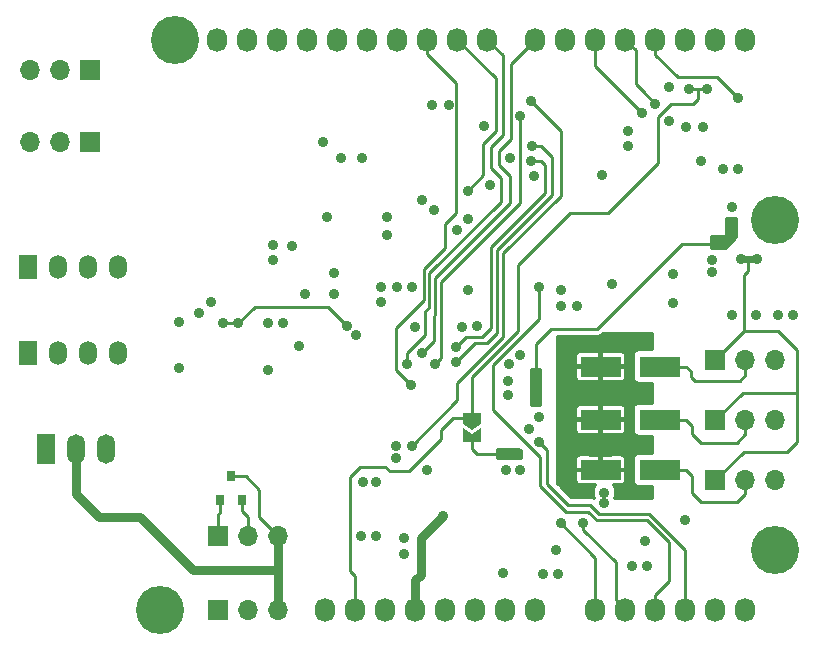
<source format=gbr>
%TF.GenerationSoftware,KiCad,Pcbnew,(5.1.6)-1*%
%TF.CreationDate,2020-11-16T12:45:35+03:00*%
%TF.ProjectId,SensorBoard,53656e73-6f72-4426-9f61-72642e6b6963,rev?*%
%TF.SameCoordinates,Original*%
%TF.FileFunction,Copper,L4,Bot*%
%TF.FilePolarity,Positive*%
%FSLAX46Y46*%
G04 Gerber Fmt 4.6, Leading zero omitted, Abs format (unit mm)*
G04 Created by KiCad (PCBNEW (5.1.6)-1) date 2020-11-16 12:45:35*
%MOMM*%
%LPD*%
G01*
G04 APERTURE LIST*
%TA.AperFunction,SMDPad,CuDef*%
%ADD10C,0.100000*%
%TD*%
%TA.AperFunction,ComponentPad*%
%ADD11O,1.700000X1.700000*%
%TD*%
%TA.AperFunction,ComponentPad*%
%ADD12R,1.700000X1.700000*%
%TD*%
%TA.AperFunction,SMDPad,CuDef*%
%ADD13R,0.800000X0.900000*%
%TD*%
%TA.AperFunction,ComponentPad*%
%ADD14R,1.500000X2.000000*%
%TD*%
%TA.AperFunction,ComponentPad*%
%ADD15O,1.500000X2.000000*%
%TD*%
%TA.AperFunction,SMDPad,CuDef*%
%ADD16R,3.500000X1.800000*%
%TD*%
%TA.AperFunction,ComponentPad*%
%ADD17O,1.500000X2.500000*%
%TD*%
%TA.AperFunction,ComponentPad*%
%ADD18R,1.500000X2.500000*%
%TD*%
%TA.AperFunction,ComponentPad*%
%ADD19O,1.727200X2.032000*%
%TD*%
%TA.AperFunction,ComponentPad*%
%ADD20C,4.064000*%
%TD*%
%TA.AperFunction,ViaPad*%
%ADD21C,0.900000*%
%TD*%
%TA.AperFunction,Conductor*%
%ADD22C,0.250000*%
%TD*%
%TA.AperFunction,Conductor*%
%ADD23C,0.800000*%
%TD*%
%TA.AperFunction,Conductor*%
%ADD24C,0.600000*%
%TD*%
%TA.AperFunction,Conductor*%
%ADD25C,0.300000*%
%TD*%
G04 APERTURE END LIST*
%TA.AperFunction,SMDPad,CuDef*%
D10*
%TO.P,JP1,1*%
%TO.N,/IOREF*%
G36*
X151375000Y-108650000D02*
G01*
X150625000Y-108150000D01*
X150625000Y-107150000D01*
X152125000Y-107150000D01*
X152125000Y-108150000D01*
X151375000Y-108650000D01*
G37*
%TD.AperFunction*%
%TA.AperFunction,SMDPad,CuDef*%
%TO.P,JP1,2*%
%TO.N,+3V3*%
G36*
X150625000Y-109600000D02*
G01*
X150625000Y-108450000D01*
X151375000Y-108950000D01*
X152125000Y-108450000D01*
X152125000Y-109600000D01*
X150625000Y-109600000D01*
G37*
%TD.AperFunction*%
%TD*%
D11*
%TO.P,J8,3*%
%TO.N,GNDD*%
X134955000Y-123875000D03*
%TO.P,J8,2*%
%TO.N,Net-(J8-Pad2)*%
X132415000Y-123875000D03*
D12*
%TO.P,J8,1*%
%TO.N,Net-(D1-Pad2)*%
X129875000Y-123875000D03*
%TD*%
D11*
%TO.P,J7,3*%
%TO.N,GNDD*%
X134955000Y-117602000D03*
%TO.P,J7,2*%
%TO.N,/B*%
X132415000Y-117602000D03*
D12*
%TO.P,J7,1*%
%TO.N,/A*%
X129875000Y-117602000D03*
%TD*%
D11*
%TO.P,J6,3*%
%TO.N,GNDA*%
X113920000Y-84250000D03*
%TO.P,J6,2*%
%TO.N,/RVCC*%
X116460000Y-84250000D03*
D12*
%TO.P,J6,1*%
%TO.N,Net-(J6-Pad1)*%
X119000000Y-84250000D03*
%TD*%
D11*
%TO.P,J5,3*%
%TO.N,GNDA*%
X113920000Y-78125000D03*
%TO.P,J5,2*%
%TO.N,/RVCC*%
X116460000Y-78125000D03*
D12*
%TO.P,J5,1*%
%TO.N,Net-(J5-Pad1)*%
X119000000Y-78125000D03*
%TD*%
D13*
%TO.P,D5,3*%
%TO.N,GNDD*%
X130937000Y-112538000D03*
%TO.P,D5,2*%
%TO.N,/A*%
X129987000Y-114538000D03*
%TO.P,D5,1*%
%TO.N,/B*%
X131887000Y-114538000D03*
%TD*%
D11*
%TO.P,J3,3*%
%TO.N,/nEX*%
X177038000Y-102735000D03*
%TO.P,J3,2*%
%TO.N,Net-(D4-Pad1)*%
X174498000Y-102735000D03*
D12*
%TO.P,J3,1*%
%TO.N,/EX*%
X171958000Y-102735000D03*
%TD*%
D11*
%TO.P,J2,3*%
%TO.N,/nEX*%
X177038000Y-107815000D03*
%TO.P,J2,2*%
%TO.N,Net-(D3-Pad1)*%
X174498000Y-107815000D03*
D12*
%TO.P,J2,1*%
%TO.N,/EX*%
X171958000Y-107815000D03*
%TD*%
D11*
%TO.P,J1,3*%
%TO.N,/nEX*%
X177038000Y-112895000D03*
%TO.P,J1,2*%
%TO.N,Net-(D2-Pad1)*%
X174498000Y-112895000D03*
D12*
%TO.P,J1,1*%
%TO.N,/EX*%
X171958000Y-112895000D03*
%TD*%
D14*
%TO.P,U10,1*%
%TO.N,GNDD*%
X113788000Y-102085000D03*
D15*
%TO.P,U10,2*%
%TO.N,+5VD*%
X116328000Y-102085000D03*
%TO.P,U10,3*%
%TO.N,GND*%
X118868000Y-102085000D03*
%TO.P,U10,4*%
%TO.N,+5V*%
X121408000Y-102085000D03*
%TD*%
D14*
%TO.P,U9,1*%
%TO.N,GNDD*%
X113788000Y-94865000D03*
D15*
%TO.P,U9,2*%
%TO.N,+5VD*%
X116328000Y-94865000D03*
%TO.P,U9,3*%
%TO.N,GNDA*%
X118868000Y-94865000D03*
%TO.P,U9,4*%
%TO.N,/RVCC*%
X121408000Y-94865000D03*
%TD*%
D16*
%TO.P,D4,2*%
%TO.N,GND*%
X162250000Y-103250000D03*
%TO.P,D4,1*%
%TO.N,Net-(D4-Pad1)*%
X167250000Y-103250000D03*
%TD*%
%TO.P,D3,2*%
%TO.N,GND*%
X162250000Y-107750000D03*
%TO.P,D3,1*%
%TO.N,Net-(D3-Pad1)*%
X167250000Y-107750000D03*
%TD*%
%TO.P,D2,2*%
%TO.N,GND*%
X162250000Y-112000000D03*
%TO.P,D2,1*%
%TO.N,Net-(D2-Pad1)*%
X167250000Y-112000000D03*
%TD*%
D17*
%TO.P,U6,3*%
%TO.N,+5VD*%
X120328000Y-110235000D03*
%TO.P,U6,2*%
%TO.N,GNDD*%
X117788000Y-110235000D03*
D18*
%TO.P,U6,1*%
%TO.N,Net-(C7-Pad1)*%
X115248000Y-110235000D03*
%TD*%
D19*
%TO.P,P1,1*%
%TO.N,Net-(P1-Pad1)*%
X138938000Y-123825000D03*
%TO.P,P1,2*%
%TO.N,/IOREF*%
X141478000Y-123825000D03*
%TO.P,P1,3*%
%TO.N,/Reset*%
X144018000Y-123825000D03*
%TO.P,P1,4*%
%TO.N,+3V3*%
X146558000Y-123825000D03*
%TO.P,P1,5*%
%TO.N,+5V*%
X149098000Y-123825000D03*
%TO.P,P1,6*%
%TO.N,GND*%
X151638000Y-123825000D03*
%TO.P,P1,7*%
X154178000Y-123825000D03*
%TO.P,P1,8*%
%TO.N,/Vin*%
X156718000Y-123825000D03*
%TD*%
%TO.P,P2,1*%
%TO.N,/A0*%
X161798000Y-123825000D03*
%TO.P,P2,2*%
%TO.N,/A1*%
X164338000Y-123825000D03*
%TO.P,P2,3*%
%TO.N,/A2(SS)*%
X166878000Y-123825000D03*
%TO.P,P2,4*%
%TO.N,/A3*%
X169418000Y-123825000D03*
%TO.P,P2,5*%
%TO.N,/A4*%
X171958000Y-123825000D03*
%TO.P,P2,6*%
%TO.N,/A5*%
X174498000Y-123825000D03*
%TD*%
%TO.P,P3,1*%
%TO.N,/A5(SCL)*%
X129794000Y-75565000D03*
%TO.P,P3,2*%
%TO.N,/A4(SDA)*%
X132334000Y-75565000D03*
%TO.P,P3,3*%
%TO.N,/AREF*%
X134874000Y-75565000D03*
%TO.P,P3,4*%
%TO.N,GND*%
X137414000Y-75565000D03*
%TO.P,P3,5*%
%TO.N,/13(SCK)*%
X139954000Y-75565000D03*
%TO.P,P3,6*%
%TO.N,/12(MISO)*%
X142494000Y-75565000D03*
%TO.P,P3,7*%
%TO.N,/11(\u002A\u002A/MOSI)*%
X145034000Y-75565000D03*
%TO.P,P3,8*%
%TO.N,/10(\u002A\u002A/SS)*%
X147574000Y-75565000D03*
%TO.P,P3,9*%
%TO.N,/9(RPM2)*%
X150114000Y-75565000D03*
%TO.P,P3,10*%
%TO.N,/8(TX)*%
X152654000Y-75565000D03*
%TD*%
%TO.P,P4,1*%
%TO.N,/7(DE)*%
X156718000Y-75565000D03*
%TO.P,P4,2*%
%TO.N,/6(RPM1)*%
X159258000Y-75565000D03*
%TO.P,P4,3*%
%TO.N,/5(MISO)*%
X161798000Y-75565000D03*
%TO.P,P4,4*%
%TO.N,/4(MOSI)*%
X164338000Y-75565000D03*
%TO.P,P4,5*%
%TO.N,/3(SCK)*%
X166878000Y-75565000D03*
%TO.P,P4,6*%
%TO.N,/2(RX)*%
X169418000Y-75565000D03*
%TO.P,P4,7*%
%TO.N,/1(Tx)*%
X171958000Y-75565000D03*
%TO.P,P4,8*%
%TO.N,/0(Rx)*%
X174498000Y-75565000D03*
%TD*%
D20*
%TO.P,P5,1*%
%TO.N,Net-(P5-Pad1)*%
X124968000Y-123825000D03*
%TD*%
%TO.P,P6,1*%
%TO.N,Net-(P6-Pad1)*%
X177038000Y-118745000D03*
%TD*%
%TO.P,P7,1*%
%TO.N,Net-(P7-Pad1)*%
X126238000Y-75565000D03*
%TD*%
%TO.P,P8,1*%
%TO.N,Net-(P8-Pad1)*%
X177038000Y-90805000D03*
%TD*%
D21*
%TO.N,/IOREF*%
X171250000Y-79750000D03*
X169750000Y-79750000D03*
%TO.N,/Reset*%
X156337030Y-80772000D03*
X146250000Y-109940000D03*
%TO.N,+5V*%
X160250000Y-98125000D03*
X158875000Y-98125000D03*
X158875000Y-96750000D03*
X136150000Y-93025000D03*
X134500000Y-93000000D03*
X134500000Y-94250000D03*
%TO.N,GND*%
X175375012Y-98875000D03*
X141998000Y-85615000D03*
X151748000Y-99855702D03*
X143198000Y-117565000D03*
X145598000Y-117765000D03*
X153998000Y-120765000D03*
X146250000Y-96500000D03*
X157000000Y-107500000D03*
X177248000Y-98875000D03*
X178500000Y-98875000D03*
X168000000Y-82500000D03*
X164592000Y-84582000D03*
X164592000Y-83312000D03*
X166006000Y-118000000D03*
X169418000Y-116218000D03*
X163198000Y-96302000D03*
X126500000Y-99500000D03*
X139650000Y-95300000D03*
X139650000Y-97125000D03*
X137250000Y-97150000D03*
X144942847Y-110994847D03*
X145598000Y-119097992D03*
X138750000Y-84205000D03*
X140250000Y-85625000D03*
X139055000Y-90555000D03*
X134112000Y-99568000D03*
X134112000Y-103505000D03*
X150114000Y-91694000D03*
X156591000Y-87122000D03*
X151003000Y-90787500D03*
X164900000Y-113865000D03*
X164623000Y-110205000D03*
X161575000Y-110205000D03*
X165862000Y-105664000D03*
X155375000Y-112000000D03*
X158500000Y-118750000D03*
X148093554Y-89985258D03*
X146500001Y-99874999D03*
X173375000Y-98875000D03*
X173875000Y-86500000D03*
X154250000Y-112000000D03*
X172625000Y-86500000D03*
X168000000Y-79625000D03*
X170750000Y-85874994D03*
X168375000Y-95375000D03*
X168375000Y-97875000D03*
X126500000Y-103375000D03*
X154375000Y-104500000D03*
X154375000Y-105625000D03*
X144942847Y-109942847D03*
X141940000Y-117565000D03*
%TO.N,/A0*%
X158875000Y-116500000D03*
%TO.N,/A1*%
X160750000Y-116500002D03*
%TO.N,/A3*%
X157046004Y-109600000D03*
%TO.N,/AREF*%
X173375000Y-89750000D03*
%TO.N,/10(\u002A\u002A/SS)*%
X156210000Y-108573002D03*
X146176027Y-104823973D03*
%TO.N,+3V3*%
X143250000Y-113000000D03*
X148898000Y-115865000D03*
X147500000Y-112035000D03*
X162348000Y-87027000D03*
X154525000Y-85625000D03*
X152375000Y-82875000D03*
X128250000Y-98750000D03*
X148000000Y-81125000D03*
X149375000Y-81125000D03*
X136730000Y-101522000D03*
X135382000Y-99568000D03*
X152873000Y-87849004D03*
X150500000Y-99875002D03*
X147125000Y-89125000D03*
X151000000Y-96750000D03*
X144998000Y-96501998D03*
X129250000Y-97750000D03*
X143625000Y-96500000D03*
X143625000Y-97750000D03*
X144124996Y-90625000D03*
X144125000Y-92125000D03*
X153875000Y-110625000D03*
X155125000Y-110625000D03*
X142125000Y-113000000D03*
X155375000Y-102250000D03*
X154500000Y-103000000D03*
%TO.N,VDDA*%
X171704000Y-95250000D03*
X171704000Y-94234000D03*
X162553000Y-114815000D03*
X162553000Y-113926000D03*
X157400000Y-120850000D03*
X158600000Y-120850000D03*
X164898000Y-120125000D03*
X166125000Y-120125000D03*
X169500000Y-83000000D03*
X170875000Y-83000000D03*
%TO.N,/A2(SS)*%
X157000012Y-96500000D03*
%TO.N,/9(RPM2)*%
X150999992Y-88375000D03*
%TO.N,/8(TX)*%
X145875000Y-103000010D03*
%TO.N,/7(DE)*%
X131572000Y-99580000D03*
X130302000Y-99580000D03*
X141535000Y-100584000D03*
X140773000Y-99822000D03*
X147125000Y-102125000D03*
%TO.N,/5(MISO)*%
X165750000Y-81750000D03*
%TO.N,/4(MOSI)*%
X166875000Y-81000000D03*
%TO.N,/3(SCK)*%
X173874995Y-80500007D03*
%TO.N,/2(RX)*%
X155448000Y-82042000D03*
X148250000Y-103000000D03*
%TO.N,/EX*%
X175500000Y-94125000D03*
X174125000Y-94125000D03*
%TO.N,Net-(C17-Pad1)*%
X156750000Y-103875000D03*
X156750000Y-105000000D03*
X172000000Y-92875000D03*
X173375000Y-91125000D03*
X173125000Y-92375000D03*
X156750000Y-106125000D03*
%TO.N,/SensorBoardCPU/SWCLK*%
X156418006Y-84582000D03*
X150000000Y-102874998D03*
%TO.N,/SensorBoardCPU/SWDIO*%
X156375000Y-85852000D03*
X150000000Y-101625000D03*
%TD*%
D22*
%TO.N,/IOREF*%
X162875000Y-90250000D02*
X167125000Y-86000000D01*
X155250000Y-94625000D02*
X159625000Y-90250000D01*
X159625000Y-90250000D02*
X162875000Y-90250000D01*
X167125000Y-86000000D02*
X167125000Y-82125000D01*
X155250000Y-100250000D02*
X155250000Y-94625000D01*
X171250000Y-79750000D02*
X170500000Y-79750000D01*
X170500000Y-79750000D02*
X170500000Y-80625000D01*
X170062500Y-81062500D02*
X168187500Y-81062500D01*
X170500000Y-80625000D02*
X170062500Y-81062500D01*
X167125000Y-82125000D02*
X168187500Y-81062500D01*
X170500000Y-79750000D02*
X169750000Y-79750000D01*
X151375000Y-104125000D02*
X152312500Y-103187500D01*
X151875000Y-103625000D02*
X152312500Y-103187500D01*
X151375000Y-107650000D02*
X151375000Y-104125000D01*
X152312500Y-103187500D02*
X155250000Y-100250000D01*
X141478000Y-121022000D02*
X141478000Y-123825000D01*
X141000000Y-120544000D02*
X141478000Y-121022000D01*
X141000000Y-112625000D02*
X141000000Y-120544000D01*
X141855152Y-111769848D02*
X141000000Y-112625000D01*
X144019848Y-111769848D02*
X141855152Y-111769848D01*
X144375000Y-112125000D02*
X144019848Y-111769848D01*
X151375000Y-107650000D02*
X149725000Y-107650000D01*
X149725000Y-107650000D02*
X148750000Y-108625000D01*
X148750000Y-108625000D02*
X148750000Y-109375000D01*
X148750000Y-109375000D02*
X146000000Y-112125000D01*
X146000000Y-112125000D02*
X144375000Y-112125000D01*
%TO.N,/Reset*%
X146250000Y-109940000D02*
X150095000Y-106095000D01*
X150095000Y-106095000D02*
X150095000Y-104655000D01*
X158848077Y-88776923D02*
X158848077Y-83283047D01*
X150095000Y-104655000D02*
X154000000Y-100750000D01*
X158848077Y-83283047D02*
X156337030Y-80772000D01*
X154000000Y-100750000D02*
X154000000Y-93625000D01*
X154000000Y-93625000D02*
X158848077Y-88776923D01*
%TO.N,/A0*%
X161798000Y-119423000D02*
X161798000Y-123825000D01*
X158875000Y-116500000D02*
X161798000Y-119423000D01*
%TO.N,/A1*%
X164338000Y-123825000D02*
X164338000Y-123662000D01*
X160750000Y-117065687D02*
X163500000Y-119815687D01*
X160750000Y-116500002D02*
X160750000Y-117065687D01*
X163500000Y-122987000D02*
X164338000Y-123825000D01*
X163500000Y-119815687D02*
X163500000Y-122987000D01*
%TO.N,/A3*%
X169418000Y-123672600D02*
X169418000Y-123825000D01*
X169500000Y-123590600D02*
X169418000Y-123672600D01*
X169418000Y-118793000D02*
X169418000Y-123825000D01*
X166375000Y-115750000D02*
X169418000Y-118793000D01*
X162125000Y-115750000D02*
X166375000Y-115750000D01*
X157046004Y-109600000D02*
X157734000Y-110287996D01*
X159437500Y-114937500D02*
X161312500Y-114937500D01*
X157734000Y-110287996D02*
X157734000Y-113234000D01*
X157734000Y-113234000D02*
X159437500Y-114937500D01*
X161312500Y-114937500D02*
X162125000Y-115750000D01*
%TO.N,/10(\u002A\u002A/SS)*%
X147574000Y-76831000D02*
X147574000Y-75565000D01*
X150000000Y-90250000D02*
X150000000Y-79257000D01*
X149065000Y-91185000D02*
X150000000Y-90250000D01*
X149065000Y-93185000D02*
X149065000Y-91185000D01*
X147250000Y-95000000D02*
X149065000Y-93185000D01*
X147250000Y-97625000D02*
X147250000Y-95000000D01*
X150000000Y-79257000D02*
X147574000Y-76831000D01*
X144875000Y-100000000D02*
X147250000Y-97625000D01*
X144875000Y-103522946D02*
X144875000Y-100000000D01*
X146176027Y-104823973D02*
X144875000Y-103522946D01*
D23*
%TO.N,+3V3*%
X147013000Y-117750000D02*
X148898000Y-115865000D01*
X147013000Y-120862000D02*
X147013000Y-117750000D01*
X146558000Y-123825000D02*
X146558000Y-121317000D01*
X146558000Y-121317000D02*
X147013000Y-120862000D01*
D22*
X154250002Y-110625000D02*
X151750000Y-110625000D01*
X151375000Y-110250000D02*
X151375000Y-109100000D01*
X151750000Y-110625000D02*
X151375000Y-110250000D01*
%TO.N,Net-(D2-Pad1)*%
X174498000Y-114002000D02*
X174498000Y-112895000D01*
X173750000Y-114750000D02*
X174498000Y-114002000D01*
X167250000Y-112000000D02*
X169500000Y-112000000D01*
X169500000Y-112000000D02*
X170000000Y-112500000D01*
X170000000Y-112500000D02*
X170000000Y-114000000D01*
X170750000Y-114750000D02*
X173750000Y-114750000D01*
X170000000Y-114000000D02*
X170750000Y-114750000D01*
%TO.N,Net-(D3-Pad1)*%
X174498000Y-107815000D02*
X174498000Y-109002000D01*
X174498000Y-109002000D02*
X173750000Y-109750000D01*
X169500000Y-107750000D02*
X167250000Y-107750000D01*
X170000000Y-108250000D02*
X169500000Y-107750000D01*
X170000000Y-109000000D02*
X170750000Y-109750000D01*
X173750000Y-109750000D02*
X170750000Y-109750000D01*
X170000000Y-109000000D02*
X170000000Y-108250000D01*
%TO.N,Net-(D4-Pad1)*%
X174498000Y-104002000D02*
X174498000Y-102735000D01*
X174000000Y-104500000D02*
X174498000Y-104002000D01*
X167250000Y-103250000D02*
X169500000Y-103250000D01*
X170250000Y-104500000D02*
X174000000Y-104500000D01*
X169500000Y-103250000D02*
X169875000Y-103625000D01*
X169875000Y-103625000D02*
X169875000Y-104125000D01*
X169875000Y-104125000D02*
X170250000Y-104500000D01*
%TO.N,/A2(SS)*%
X156196000Y-109968000D02*
X156464000Y-110236000D01*
X157000012Y-99249988D02*
X157000012Y-96500000D01*
X153125000Y-103125000D02*
X157000012Y-99249988D01*
X156464000Y-110236000D02*
X153125000Y-106897000D01*
X153125000Y-106897000D02*
X153125000Y-103125000D01*
X167991600Y-121445400D02*
X166878000Y-122559000D01*
X167991600Y-118116600D02*
X167991600Y-121445400D01*
X166150000Y-116275000D02*
X167991600Y-118116600D01*
X161900000Y-116275000D02*
X166150000Y-116275000D01*
X156464000Y-110236000D02*
X157099000Y-110871000D01*
X157099000Y-110871000D02*
X157099000Y-113349000D01*
X166878000Y-122559000D02*
X166878000Y-123825000D01*
X159312500Y-115562500D02*
X161187500Y-115562500D01*
X157099000Y-113349000D02*
X159312500Y-115562500D01*
X161187500Y-115562500D02*
X161900000Y-116275000D01*
%TO.N,/9(RPM2)*%
X152312500Y-84385502D02*
X152312500Y-87062492D01*
X152312500Y-87062492D02*
X150999992Y-88375000D01*
X153375000Y-83323002D02*
X152312500Y-84385502D01*
X153375000Y-78826000D02*
X153375000Y-83323002D01*
X150114000Y-75565000D02*
X153375000Y-78826000D01*
%TO.N,/8(TX)*%
X154000000Y-83625000D02*
X153000000Y-84625000D01*
X147400001Y-98599999D02*
X147400001Y-100588603D01*
X153797000Y-87249000D02*
X153797000Y-89281000D01*
X145875000Y-102113604D02*
X145875000Y-103000010D01*
X147750000Y-98250000D02*
X147400001Y-98599999D01*
X147400001Y-100588603D02*
X145875000Y-102113604D01*
X147750000Y-95328000D02*
X147750000Y-98250000D01*
X153000000Y-86452000D02*
X153797000Y-87249000D01*
X153797000Y-89281000D02*
X147750000Y-95328000D01*
X154000000Y-76911000D02*
X154000000Y-83625000D01*
X152654000Y-75565000D02*
X154000000Y-76911000D01*
X153000000Y-84625000D02*
X153000000Y-86452000D01*
%TO.N,/7(DE)*%
X130302000Y-99580000D02*
X131572000Y-99580000D01*
X131572000Y-99580000D02*
X132969000Y-98183000D01*
X139134000Y-98183000D02*
X140773000Y-99822000D01*
X132969000Y-98183000D02*
X139134000Y-98183000D01*
X147000000Y-102108000D02*
X147108000Y-102108000D01*
X147108000Y-102108000D02*
X147125000Y-102125000D01*
X148125000Y-99000000D02*
X148125000Y-101125000D01*
X154559000Y-89441000D02*
X148250000Y-95750000D01*
X148250000Y-95750000D02*
X148250000Y-98875000D01*
X156718000Y-75565000D02*
X154625000Y-77658000D01*
X154625000Y-77658000D02*
X154625000Y-84000000D01*
X148125000Y-101125000D02*
X147125000Y-102125000D01*
X153625000Y-86149500D02*
X154559000Y-87083500D01*
X148250000Y-98875000D02*
X148125000Y-99000000D01*
X154625000Y-84000000D02*
X153625000Y-85000000D01*
X154559000Y-87083500D02*
X154559000Y-89441000D01*
X153625000Y-85000000D02*
X153625000Y-86149500D01*
%TO.N,/5(MISO)*%
X161798000Y-75963685D02*
X161798000Y-75565000D01*
X161798000Y-75793600D02*
X161798000Y-75565000D01*
X161798000Y-75565000D02*
X161798000Y-77798000D01*
X161798000Y-77798000D02*
X165750000Y-81750000D01*
%TO.N,/4(MOSI)*%
X165200000Y-76427000D02*
X164338000Y-75565000D01*
X165200000Y-77600006D02*
X165200000Y-77425000D01*
X165200000Y-77425000D02*
X165200000Y-76427000D01*
X165200000Y-78325000D02*
X165200000Y-78175000D01*
X165200000Y-78175000D02*
X165200000Y-77425000D01*
X165200000Y-79325000D02*
X165812500Y-79937500D01*
X165200000Y-78175000D02*
X165200000Y-79325000D01*
X166875000Y-81000000D02*
X165812500Y-79937500D01*
%TO.N,/3(SCK)*%
X166878000Y-76860400D02*
X166878000Y-75565000D01*
X166878000Y-76860400D02*
X168767600Y-78750000D01*
X168767600Y-78750000D02*
X172124988Y-78750000D01*
X172124988Y-78750000D02*
X173874995Y-80500007D01*
%TO.N,/2(RX)*%
X148750000Y-102500000D02*
X148250000Y-103000000D01*
X155448000Y-82042000D02*
X155448000Y-89408000D01*
X155448000Y-89408000D02*
X148750000Y-96106000D01*
X148750000Y-96106000D02*
X148750000Y-102500000D01*
%TO.N,/B*%
X131887000Y-114538000D02*
X131887000Y-115504000D01*
X131887000Y-115504000D02*
X132207000Y-115824000D01*
X132290000Y-115907000D02*
X132207000Y-115824000D01*
X132415000Y-116032000D02*
X132290000Y-115907000D01*
X132415000Y-117602000D02*
X132415000Y-116032000D01*
%TO.N,/A*%
X129987000Y-114538000D02*
X129987000Y-115631000D01*
X129875000Y-115743000D02*
X129987000Y-115631000D01*
X129875000Y-117602000D02*
X129875000Y-115743000D01*
%TO.N,GNDD*%
X130937000Y-112538000D02*
X132223000Y-112538000D01*
X132223000Y-112538000D02*
X133350000Y-113665000D01*
D23*
X134955000Y-123875000D02*
X134955000Y-121955000D01*
X127750000Y-120500000D02*
X134750000Y-120500000D01*
X123250000Y-116000000D02*
X127750000Y-120500000D01*
X134750000Y-120500000D02*
X134955000Y-120295000D01*
X134955000Y-123875000D02*
X134955000Y-120295000D01*
X117788000Y-110235000D02*
X117788000Y-114038000D01*
X119750000Y-116000000D02*
X123250000Y-116000000D01*
X134955000Y-120295000D02*
X134955000Y-117602000D01*
X117788000Y-114038000D02*
X119750000Y-116000000D01*
D22*
X133350000Y-115997000D02*
X134955000Y-117602000D01*
X133350000Y-115775000D02*
X133350000Y-115975000D01*
X133350000Y-115775000D02*
X133350000Y-115997000D01*
X133350000Y-113665000D02*
X133350000Y-115775000D01*
%TO.N,/EX*%
X172458000Y-112895000D02*
X172458000Y-112792000D01*
X174750000Y-110500000D02*
X178000000Y-110500000D01*
X178850000Y-101850000D02*
X178000000Y-101000000D01*
X178000000Y-110500000D02*
X178850000Y-109650000D01*
X178800000Y-105500000D02*
X178850000Y-105450000D01*
X174773000Y-105500000D02*
X178800000Y-105500000D01*
X178850000Y-109650000D02*
X178850000Y-105450000D01*
X178850000Y-105450000D02*
X178850000Y-101850000D01*
X178000000Y-101000000D02*
X177500000Y-100500000D01*
X177500000Y-100500000D02*
X177471500Y-100471500D01*
X174353000Y-110500000D02*
X171958000Y-112895000D01*
X174750000Y-110500000D02*
X174353000Y-110500000D01*
X174273000Y-105500000D02*
X171958000Y-107815000D01*
X174773000Y-105500000D02*
X174273000Y-105500000D01*
X173909000Y-100784000D02*
X171958000Y-102735000D01*
X177284000Y-100284000D02*
X178000000Y-101000000D01*
X174409000Y-100284000D02*
X177284000Y-100284000D01*
X174409000Y-100284000D02*
X173909000Y-100784000D01*
X174400001Y-100292999D02*
X173909000Y-100784000D01*
X174750000Y-94125000D02*
X174750000Y-95136396D01*
D24*
X175500000Y-94125000D02*
X174750000Y-94125000D01*
X174750000Y-94125000D02*
X174125000Y-94125000D01*
D22*
X174750000Y-95136396D02*
X174400001Y-95486395D01*
X174400001Y-95486395D02*
X174400001Y-100292999D01*
%TO.N,Net-(C17-Pad1)*%
X156750000Y-105000000D02*
X156750000Y-101375002D01*
X158062501Y-100062501D02*
X161937499Y-100062501D01*
X156750000Y-101375002D02*
X158062501Y-100062501D01*
X169125000Y-92875000D02*
X170250000Y-92875000D01*
X161937499Y-100062501D02*
X169125000Y-92875000D01*
X172000000Y-92875000D02*
X170250000Y-92875000D01*
%TO.N,/SensorBoardCPU/SWCLK*%
X157315000Y-84685000D02*
X157981000Y-85351000D01*
X158125000Y-85495000D02*
X157981000Y-85351000D01*
X158125000Y-88738590D02*
X158125000Y-85495000D01*
X157212000Y-84582000D02*
X156418006Y-84582000D01*
X157981000Y-85351000D02*
X157212000Y-84582000D01*
X150000000Y-102570000D02*
X150000000Y-102874998D01*
X153475000Y-100400000D02*
X153475000Y-93388590D01*
X152590000Y-101285000D02*
X153475000Y-100400000D01*
X150000000Y-102874998D02*
X151589998Y-101285000D01*
X151589998Y-101285000D02*
X152590000Y-101285000D01*
X153475000Y-93388590D02*
X158125000Y-88738590D01*
%TO.N,/SensorBoardCPU/SWDIO*%
X152237810Y-100762190D02*
X150862810Y-100762190D01*
X150862810Y-100762190D02*
X150000000Y-101625000D01*
X153000000Y-100000000D02*
X152237810Y-100762190D01*
X157226000Y-85852000D02*
X157549990Y-86175990D01*
X156210000Y-85852000D02*
X157226000Y-85852000D01*
X157549990Y-88575010D02*
X153000000Y-93125000D01*
X157549990Y-86175990D02*
X157549990Y-88575010D01*
X153000000Y-93125000D02*
X153000000Y-100000000D01*
%TD*%
D25*
%TO.N,Net-(C17-Pad1)*%
G36*
X173725000Y-92312868D02*
G01*
X172812868Y-93225000D01*
X171650000Y-93225000D01*
X171650000Y-92275000D01*
X172750000Y-92275000D01*
X172779264Y-92272118D01*
X172807403Y-92263582D01*
X172833336Y-92249720D01*
X172856066Y-92231066D01*
X172874720Y-92208336D01*
X172888582Y-92182403D01*
X172897118Y-92154264D01*
X172900000Y-92125000D01*
X172900000Y-90775000D01*
X173725000Y-90775000D01*
X173725000Y-92312868D01*
G37*
X173725000Y-92312868D02*
X172812868Y-93225000D01*
X171650000Y-93225000D01*
X171650000Y-92275000D01*
X172750000Y-92275000D01*
X172779264Y-92272118D01*
X172807403Y-92263582D01*
X172833336Y-92249720D01*
X172856066Y-92231066D01*
X172874720Y-92208336D01*
X172888582Y-92182403D01*
X172897118Y-92154264D01*
X172900000Y-92125000D01*
X172900000Y-90775000D01*
X173725000Y-90775000D01*
X173725000Y-92312868D01*
%TO.N,+3V3*%
G36*
X155479716Y-110437132D02*
G01*
X155479716Y-110975000D01*
X153529716Y-110975000D01*
X153529716Y-110275000D01*
X155317584Y-110275000D01*
X155479716Y-110437132D01*
G37*
X155479716Y-110437132D02*
X155479716Y-110975000D01*
X153529716Y-110975000D01*
X153529716Y-110275000D01*
X155317584Y-110275000D01*
X155479716Y-110437132D01*
%TO.N,Net-(C17-Pad1)*%
G36*
X157100000Y-106475000D02*
G01*
X156400000Y-106475000D01*
X156400000Y-103525000D01*
X157100000Y-103525000D01*
X157100000Y-106475000D01*
G37*
X157100000Y-106475000D02*
X156400000Y-106475000D01*
X156400000Y-103525000D01*
X157100000Y-103525000D01*
X157100000Y-106475000D01*
%TO.N,GND*%
G36*
X166600000Y-101797339D02*
G01*
X165500000Y-101797339D01*
X165392181Y-101807958D01*
X165288506Y-101839408D01*
X165192958Y-101890479D01*
X165109210Y-101959210D01*
X165040479Y-102042958D01*
X164989408Y-102138506D01*
X164957958Y-102242181D01*
X164947339Y-102350000D01*
X164947339Y-104150000D01*
X164957958Y-104257819D01*
X164989408Y-104361494D01*
X165040479Y-104457042D01*
X165109210Y-104540790D01*
X165192958Y-104609521D01*
X165288506Y-104660592D01*
X165392181Y-104692042D01*
X165500000Y-104702661D01*
X166600000Y-104702661D01*
X166600000Y-106297339D01*
X165500000Y-106297339D01*
X165392181Y-106307958D01*
X165288506Y-106339408D01*
X165192958Y-106390479D01*
X165109210Y-106459210D01*
X165040479Y-106542958D01*
X164989408Y-106638506D01*
X164957958Y-106742181D01*
X164947339Y-106850000D01*
X164947339Y-108650000D01*
X164957958Y-108757819D01*
X164989408Y-108861494D01*
X165040479Y-108957042D01*
X165109210Y-109040790D01*
X165192958Y-109109521D01*
X165288506Y-109160592D01*
X165392181Y-109192042D01*
X165500000Y-109202661D01*
X166600000Y-109202661D01*
X166600000Y-110547339D01*
X165500000Y-110547339D01*
X165392181Y-110557958D01*
X165288506Y-110589408D01*
X165192958Y-110640479D01*
X165109210Y-110709210D01*
X165040479Y-110792958D01*
X164989408Y-110888506D01*
X164957958Y-110992181D01*
X164947339Y-111100000D01*
X164947339Y-112900000D01*
X164957958Y-113007819D01*
X164989408Y-113111494D01*
X165040479Y-113207042D01*
X165109210Y-113290790D01*
X165192958Y-113359521D01*
X165288506Y-113410592D01*
X165392181Y-113442042D01*
X165500000Y-113452661D01*
X166600000Y-113452661D01*
X166600000Y-114350000D01*
X163459766Y-114350000D01*
X163514571Y-114217689D01*
X163553000Y-114024491D01*
X163553000Y-113827509D01*
X163514571Y-113634311D01*
X163439189Y-113452322D01*
X163338177Y-113301147D01*
X164000000Y-113301935D01*
X164078414Y-113294212D01*
X164153814Y-113271340D01*
X164223303Y-113234197D01*
X164284211Y-113184211D01*
X164334197Y-113123303D01*
X164371340Y-113053814D01*
X164394212Y-112978414D01*
X164401935Y-112900000D01*
X164400000Y-112125000D01*
X164300000Y-112025000D01*
X162275000Y-112025000D01*
X162275000Y-112045000D01*
X162225000Y-112045000D01*
X162225000Y-112025000D01*
X160200000Y-112025000D01*
X160100000Y-112125000D01*
X160098065Y-112900000D01*
X160105788Y-112978414D01*
X160128660Y-113053814D01*
X160165803Y-113123303D01*
X160215789Y-113184211D01*
X160276697Y-113234197D01*
X160346186Y-113271340D01*
X160421586Y-113294212D01*
X160500000Y-113301935D01*
X161768306Y-113300425D01*
X161666811Y-113452322D01*
X161591429Y-113634311D01*
X161553000Y-113827509D01*
X161553000Y-114024491D01*
X161591429Y-114217689D01*
X161646234Y-114350000D01*
X161645280Y-114350000D01*
X161572061Y-114310864D01*
X161444823Y-114272267D01*
X161345659Y-114262500D01*
X161345652Y-114262500D01*
X161312500Y-114259235D01*
X161279348Y-114262500D01*
X159717094Y-114262500D01*
X158676703Y-113222109D01*
X158650000Y-113192439D01*
X158650000Y-111100000D01*
X160098065Y-111100000D01*
X160100000Y-111875000D01*
X160200000Y-111975000D01*
X162225000Y-111975000D01*
X162225000Y-110800000D01*
X162275000Y-110800000D01*
X162275000Y-111975000D01*
X164300000Y-111975000D01*
X164400000Y-111875000D01*
X164401935Y-111100000D01*
X164394212Y-111021586D01*
X164371340Y-110946186D01*
X164334197Y-110876697D01*
X164284211Y-110815789D01*
X164223303Y-110765803D01*
X164153814Y-110728660D01*
X164078414Y-110705788D01*
X164000000Y-110698065D01*
X162375000Y-110700000D01*
X162275000Y-110800000D01*
X162225000Y-110800000D01*
X162125000Y-110700000D01*
X160500000Y-110698065D01*
X160421586Y-110705788D01*
X160346186Y-110728660D01*
X160276697Y-110765803D01*
X160215789Y-110815789D01*
X160165803Y-110876697D01*
X160128660Y-110946186D01*
X160105788Y-111021586D01*
X160098065Y-111100000D01*
X158650000Y-111100000D01*
X158650000Y-108650000D01*
X160098065Y-108650000D01*
X160105788Y-108728414D01*
X160128660Y-108803814D01*
X160165803Y-108873303D01*
X160215789Y-108934211D01*
X160276697Y-108984197D01*
X160346186Y-109021340D01*
X160421586Y-109044212D01*
X160500000Y-109051935D01*
X162125000Y-109050000D01*
X162225000Y-108950000D01*
X162225000Y-107775000D01*
X162275000Y-107775000D01*
X162275000Y-108950000D01*
X162375000Y-109050000D01*
X164000000Y-109051935D01*
X164078414Y-109044212D01*
X164153814Y-109021340D01*
X164223303Y-108984197D01*
X164284211Y-108934211D01*
X164334197Y-108873303D01*
X164371340Y-108803814D01*
X164394212Y-108728414D01*
X164401935Y-108650000D01*
X164400000Y-107875000D01*
X164300000Y-107775000D01*
X162275000Y-107775000D01*
X162225000Y-107775000D01*
X160200000Y-107775000D01*
X160100000Y-107875000D01*
X160098065Y-108650000D01*
X158650000Y-108650000D01*
X158650000Y-106850000D01*
X160098065Y-106850000D01*
X160100000Y-107625000D01*
X160200000Y-107725000D01*
X162225000Y-107725000D01*
X162225000Y-106550000D01*
X162275000Y-106550000D01*
X162275000Y-107725000D01*
X164300000Y-107725000D01*
X164400000Y-107625000D01*
X164401935Y-106850000D01*
X164394212Y-106771586D01*
X164371340Y-106696186D01*
X164334197Y-106626697D01*
X164284211Y-106565789D01*
X164223303Y-106515803D01*
X164153814Y-106478660D01*
X164078414Y-106455788D01*
X164000000Y-106448065D01*
X162375000Y-106450000D01*
X162275000Y-106550000D01*
X162225000Y-106550000D01*
X162125000Y-106450000D01*
X160500000Y-106448065D01*
X160421586Y-106455788D01*
X160346186Y-106478660D01*
X160276697Y-106515803D01*
X160215789Y-106565789D01*
X160165803Y-106626697D01*
X160128660Y-106696186D01*
X160105788Y-106771586D01*
X160098065Y-106850000D01*
X158650000Y-106850000D01*
X158650000Y-104150000D01*
X160098065Y-104150000D01*
X160105788Y-104228414D01*
X160128660Y-104303814D01*
X160165803Y-104373303D01*
X160215789Y-104434211D01*
X160276697Y-104484197D01*
X160346186Y-104521340D01*
X160421586Y-104544212D01*
X160500000Y-104551935D01*
X162125000Y-104550000D01*
X162225000Y-104450000D01*
X162225000Y-103275000D01*
X162275000Y-103275000D01*
X162275000Y-104450000D01*
X162375000Y-104550000D01*
X164000000Y-104551935D01*
X164078414Y-104544212D01*
X164153814Y-104521340D01*
X164223303Y-104484197D01*
X164284211Y-104434211D01*
X164334197Y-104373303D01*
X164371340Y-104303814D01*
X164394212Y-104228414D01*
X164401935Y-104150000D01*
X164400000Y-103375000D01*
X164300000Y-103275000D01*
X162275000Y-103275000D01*
X162225000Y-103275000D01*
X160200000Y-103275000D01*
X160100000Y-103375000D01*
X160098065Y-104150000D01*
X158650000Y-104150000D01*
X158650000Y-102350000D01*
X160098065Y-102350000D01*
X160100000Y-103125000D01*
X160200000Y-103225000D01*
X162225000Y-103225000D01*
X162225000Y-102050000D01*
X162275000Y-102050000D01*
X162275000Y-103225000D01*
X164300000Y-103225000D01*
X164400000Y-103125000D01*
X164401935Y-102350000D01*
X164394212Y-102271586D01*
X164371340Y-102196186D01*
X164334197Y-102126697D01*
X164284211Y-102065789D01*
X164223303Y-102015803D01*
X164153814Y-101978660D01*
X164078414Y-101955788D01*
X164000000Y-101948065D01*
X162375000Y-101950000D01*
X162275000Y-102050000D01*
X162225000Y-102050000D01*
X162125000Y-101950000D01*
X160500000Y-101948065D01*
X160421586Y-101955788D01*
X160346186Y-101978660D01*
X160276697Y-102015803D01*
X160215789Y-102065789D01*
X160165803Y-102126697D01*
X160128660Y-102196186D01*
X160105788Y-102271586D01*
X160098065Y-102350000D01*
X158650000Y-102350000D01*
X158650000Y-100737501D01*
X161904347Y-100737501D01*
X161937499Y-100740766D01*
X161970651Y-100737501D01*
X161970658Y-100737501D01*
X162069822Y-100727734D01*
X162197060Y-100689137D01*
X162314323Y-100626459D01*
X162417105Y-100542107D01*
X162431145Y-100525000D01*
X166600000Y-100525000D01*
X166600000Y-101797339D01*
G37*
X166600000Y-101797339D02*
X165500000Y-101797339D01*
X165392181Y-101807958D01*
X165288506Y-101839408D01*
X165192958Y-101890479D01*
X165109210Y-101959210D01*
X165040479Y-102042958D01*
X164989408Y-102138506D01*
X164957958Y-102242181D01*
X164947339Y-102350000D01*
X164947339Y-104150000D01*
X164957958Y-104257819D01*
X164989408Y-104361494D01*
X165040479Y-104457042D01*
X165109210Y-104540790D01*
X165192958Y-104609521D01*
X165288506Y-104660592D01*
X165392181Y-104692042D01*
X165500000Y-104702661D01*
X166600000Y-104702661D01*
X166600000Y-106297339D01*
X165500000Y-106297339D01*
X165392181Y-106307958D01*
X165288506Y-106339408D01*
X165192958Y-106390479D01*
X165109210Y-106459210D01*
X165040479Y-106542958D01*
X164989408Y-106638506D01*
X164957958Y-106742181D01*
X164947339Y-106850000D01*
X164947339Y-108650000D01*
X164957958Y-108757819D01*
X164989408Y-108861494D01*
X165040479Y-108957042D01*
X165109210Y-109040790D01*
X165192958Y-109109521D01*
X165288506Y-109160592D01*
X165392181Y-109192042D01*
X165500000Y-109202661D01*
X166600000Y-109202661D01*
X166600000Y-110547339D01*
X165500000Y-110547339D01*
X165392181Y-110557958D01*
X165288506Y-110589408D01*
X165192958Y-110640479D01*
X165109210Y-110709210D01*
X165040479Y-110792958D01*
X164989408Y-110888506D01*
X164957958Y-110992181D01*
X164947339Y-111100000D01*
X164947339Y-112900000D01*
X164957958Y-113007819D01*
X164989408Y-113111494D01*
X165040479Y-113207042D01*
X165109210Y-113290790D01*
X165192958Y-113359521D01*
X165288506Y-113410592D01*
X165392181Y-113442042D01*
X165500000Y-113452661D01*
X166600000Y-113452661D01*
X166600000Y-114350000D01*
X163459766Y-114350000D01*
X163514571Y-114217689D01*
X163553000Y-114024491D01*
X163553000Y-113827509D01*
X163514571Y-113634311D01*
X163439189Y-113452322D01*
X163338177Y-113301147D01*
X164000000Y-113301935D01*
X164078414Y-113294212D01*
X164153814Y-113271340D01*
X164223303Y-113234197D01*
X164284211Y-113184211D01*
X164334197Y-113123303D01*
X164371340Y-113053814D01*
X164394212Y-112978414D01*
X164401935Y-112900000D01*
X164400000Y-112125000D01*
X164300000Y-112025000D01*
X162275000Y-112025000D01*
X162275000Y-112045000D01*
X162225000Y-112045000D01*
X162225000Y-112025000D01*
X160200000Y-112025000D01*
X160100000Y-112125000D01*
X160098065Y-112900000D01*
X160105788Y-112978414D01*
X160128660Y-113053814D01*
X160165803Y-113123303D01*
X160215789Y-113184211D01*
X160276697Y-113234197D01*
X160346186Y-113271340D01*
X160421586Y-113294212D01*
X160500000Y-113301935D01*
X161768306Y-113300425D01*
X161666811Y-113452322D01*
X161591429Y-113634311D01*
X161553000Y-113827509D01*
X161553000Y-114024491D01*
X161591429Y-114217689D01*
X161646234Y-114350000D01*
X161645280Y-114350000D01*
X161572061Y-114310864D01*
X161444823Y-114272267D01*
X161345659Y-114262500D01*
X161345652Y-114262500D01*
X161312500Y-114259235D01*
X161279348Y-114262500D01*
X159717094Y-114262500D01*
X158676703Y-113222109D01*
X158650000Y-113192439D01*
X158650000Y-111100000D01*
X160098065Y-111100000D01*
X160100000Y-111875000D01*
X160200000Y-111975000D01*
X162225000Y-111975000D01*
X162225000Y-110800000D01*
X162275000Y-110800000D01*
X162275000Y-111975000D01*
X164300000Y-111975000D01*
X164400000Y-111875000D01*
X164401935Y-111100000D01*
X164394212Y-111021586D01*
X164371340Y-110946186D01*
X164334197Y-110876697D01*
X164284211Y-110815789D01*
X164223303Y-110765803D01*
X164153814Y-110728660D01*
X164078414Y-110705788D01*
X164000000Y-110698065D01*
X162375000Y-110700000D01*
X162275000Y-110800000D01*
X162225000Y-110800000D01*
X162125000Y-110700000D01*
X160500000Y-110698065D01*
X160421586Y-110705788D01*
X160346186Y-110728660D01*
X160276697Y-110765803D01*
X160215789Y-110815789D01*
X160165803Y-110876697D01*
X160128660Y-110946186D01*
X160105788Y-111021586D01*
X160098065Y-111100000D01*
X158650000Y-111100000D01*
X158650000Y-108650000D01*
X160098065Y-108650000D01*
X160105788Y-108728414D01*
X160128660Y-108803814D01*
X160165803Y-108873303D01*
X160215789Y-108934211D01*
X160276697Y-108984197D01*
X160346186Y-109021340D01*
X160421586Y-109044212D01*
X160500000Y-109051935D01*
X162125000Y-109050000D01*
X162225000Y-108950000D01*
X162225000Y-107775000D01*
X162275000Y-107775000D01*
X162275000Y-108950000D01*
X162375000Y-109050000D01*
X164000000Y-109051935D01*
X164078414Y-109044212D01*
X164153814Y-109021340D01*
X164223303Y-108984197D01*
X164284211Y-108934211D01*
X164334197Y-108873303D01*
X164371340Y-108803814D01*
X164394212Y-108728414D01*
X164401935Y-108650000D01*
X164400000Y-107875000D01*
X164300000Y-107775000D01*
X162275000Y-107775000D01*
X162225000Y-107775000D01*
X160200000Y-107775000D01*
X160100000Y-107875000D01*
X160098065Y-108650000D01*
X158650000Y-108650000D01*
X158650000Y-106850000D01*
X160098065Y-106850000D01*
X160100000Y-107625000D01*
X160200000Y-107725000D01*
X162225000Y-107725000D01*
X162225000Y-106550000D01*
X162275000Y-106550000D01*
X162275000Y-107725000D01*
X164300000Y-107725000D01*
X164400000Y-107625000D01*
X164401935Y-106850000D01*
X164394212Y-106771586D01*
X164371340Y-106696186D01*
X164334197Y-106626697D01*
X164284211Y-106565789D01*
X164223303Y-106515803D01*
X164153814Y-106478660D01*
X164078414Y-106455788D01*
X164000000Y-106448065D01*
X162375000Y-106450000D01*
X162275000Y-106550000D01*
X162225000Y-106550000D01*
X162125000Y-106450000D01*
X160500000Y-106448065D01*
X160421586Y-106455788D01*
X160346186Y-106478660D01*
X160276697Y-106515803D01*
X160215789Y-106565789D01*
X160165803Y-106626697D01*
X160128660Y-106696186D01*
X160105788Y-106771586D01*
X160098065Y-106850000D01*
X158650000Y-106850000D01*
X158650000Y-104150000D01*
X160098065Y-104150000D01*
X160105788Y-104228414D01*
X160128660Y-104303814D01*
X160165803Y-104373303D01*
X160215789Y-104434211D01*
X160276697Y-104484197D01*
X160346186Y-104521340D01*
X160421586Y-104544212D01*
X160500000Y-104551935D01*
X162125000Y-104550000D01*
X162225000Y-104450000D01*
X162225000Y-103275000D01*
X162275000Y-103275000D01*
X162275000Y-104450000D01*
X162375000Y-104550000D01*
X164000000Y-104551935D01*
X164078414Y-104544212D01*
X164153814Y-104521340D01*
X164223303Y-104484197D01*
X164284211Y-104434211D01*
X164334197Y-104373303D01*
X164371340Y-104303814D01*
X164394212Y-104228414D01*
X164401935Y-104150000D01*
X164400000Y-103375000D01*
X164300000Y-103275000D01*
X162275000Y-103275000D01*
X162225000Y-103275000D01*
X160200000Y-103275000D01*
X160100000Y-103375000D01*
X160098065Y-104150000D01*
X158650000Y-104150000D01*
X158650000Y-102350000D01*
X160098065Y-102350000D01*
X160100000Y-103125000D01*
X160200000Y-103225000D01*
X162225000Y-103225000D01*
X162225000Y-102050000D01*
X162275000Y-102050000D01*
X162275000Y-103225000D01*
X164300000Y-103225000D01*
X164400000Y-103125000D01*
X164401935Y-102350000D01*
X164394212Y-102271586D01*
X164371340Y-102196186D01*
X164334197Y-102126697D01*
X164284211Y-102065789D01*
X164223303Y-102015803D01*
X164153814Y-101978660D01*
X164078414Y-101955788D01*
X164000000Y-101948065D01*
X162375000Y-101950000D01*
X162275000Y-102050000D01*
X162225000Y-102050000D01*
X162125000Y-101950000D01*
X160500000Y-101948065D01*
X160421586Y-101955788D01*
X160346186Y-101978660D01*
X160276697Y-102015803D01*
X160215789Y-102065789D01*
X160165803Y-102126697D01*
X160128660Y-102196186D01*
X160105788Y-102271586D01*
X160098065Y-102350000D01*
X158650000Y-102350000D01*
X158650000Y-100737501D01*
X161904347Y-100737501D01*
X161937499Y-100740766D01*
X161970651Y-100737501D01*
X161970658Y-100737501D01*
X162069822Y-100727734D01*
X162197060Y-100689137D01*
X162314323Y-100626459D01*
X162417105Y-100542107D01*
X162431145Y-100525000D01*
X166600000Y-100525000D01*
X166600000Y-101797339D01*
%TD*%
M02*

</source>
